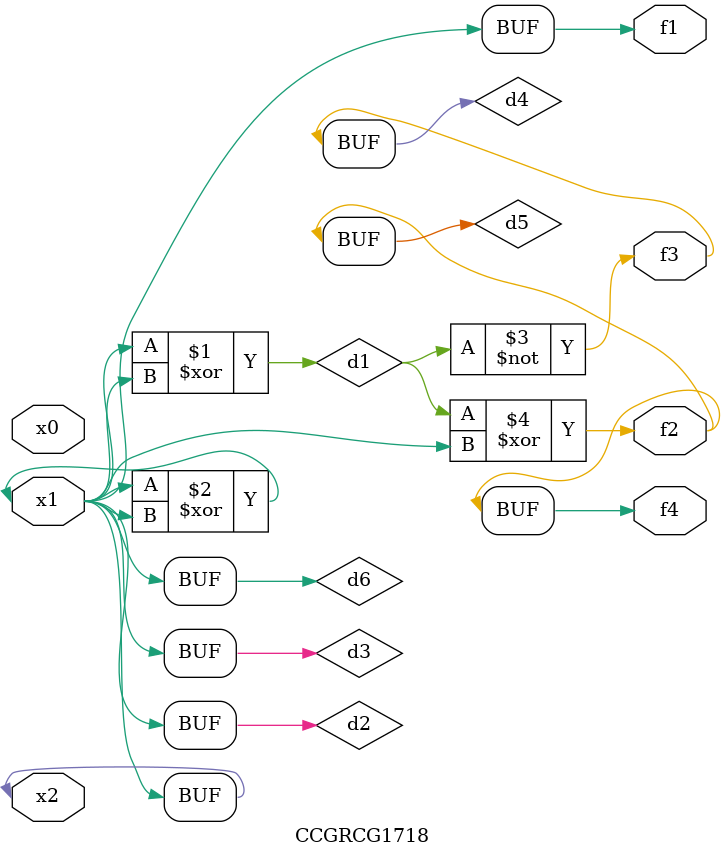
<source format=v>
module CCGRCG1718(
	input x0, x1, x2,
	output f1, f2, f3, f4
);

	wire d1, d2, d3, d4, d5, d6;

	xor (d1, x1, x2);
	buf (d2, x1, x2);
	xor (d3, x1, x2);
	nor (d4, d1);
	xor (d5, d1, d2);
	buf (d6, d2, d3);
	assign f1 = d6;
	assign f2 = d5;
	assign f3 = d4;
	assign f4 = d5;
endmodule

</source>
